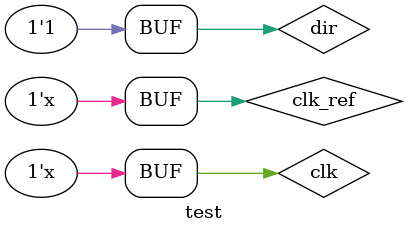
<source format=v>
`timescale 1ns / 1ps
module test();
    reg clk = 0;
    reg clk_ref = 0;
    reg dir = 1;
    wire [$clog2(175) - 1:0] out;
    wire clk_div;
    
    always #10 clk = ~clk;
    always #1750 clk_ref = ~clk_ref;
    
    count #(1, 175) count1(.clk(clk), .dir(dir), .out(out));
    delitel delitel(.clk(clk), .out(clk_div));
endmodule

</source>
